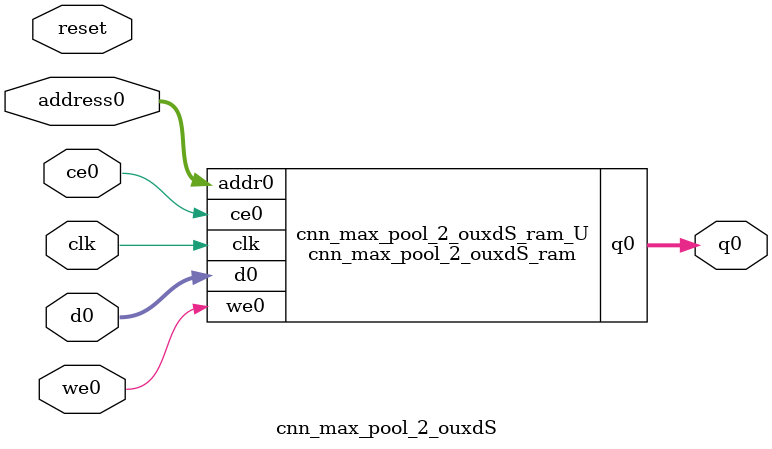
<source format=v>
`timescale 1 ns / 1 ps
module cnn_max_pool_2_ouxdS_ram (addr0, ce0, d0, we0, q0,  clk);

parameter DWIDTH = 14;
parameter AWIDTH = 9;
parameter MEM_SIZE = 400;

input[AWIDTH-1:0] addr0;
input ce0;
input[DWIDTH-1:0] d0;
input we0;
output reg[DWIDTH-1:0] q0;
input clk;

(* ram_style = "block" *)reg [DWIDTH-1:0] ram[0:MEM_SIZE-1];




always @(posedge clk)  
begin 
    if (ce0) 
    begin
        if (we0) 
        begin 
            ram[addr0] <= d0; 
        end 
        q0 <= ram[addr0];
    end
end


endmodule

`timescale 1 ns / 1 ps
module cnn_max_pool_2_ouxdS(
    reset,
    clk,
    address0,
    ce0,
    we0,
    d0,
    q0);

parameter DataWidth = 32'd14;
parameter AddressRange = 32'd400;
parameter AddressWidth = 32'd9;
input reset;
input clk;
input[AddressWidth - 1:0] address0;
input ce0;
input we0;
input[DataWidth - 1:0] d0;
output[DataWidth - 1:0] q0;



cnn_max_pool_2_ouxdS_ram cnn_max_pool_2_ouxdS_ram_U(
    .clk( clk ),
    .addr0( address0 ),
    .ce0( ce0 ),
    .we0( we0 ),
    .d0( d0 ),
    .q0( q0 ));

endmodule


</source>
